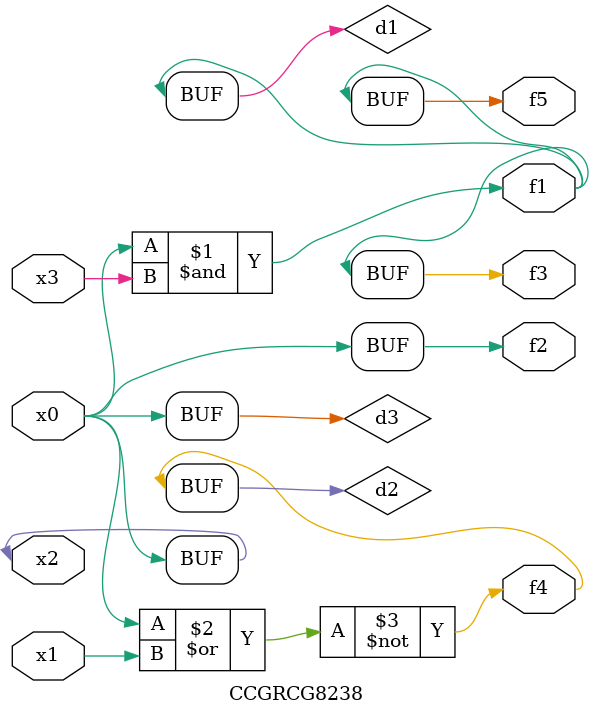
<source format=v>
module CCGRCG8238(
	input x0, x1, x2, x3,
	output f1, f2, f3, f4, f5
);

	wire d1, d2, d3;

	and (d1, x2, x3);
	nor (d2, x0, x1);
	buf (d3, x0, x2);
	assign f1 = d1;
	assign f2 = d3;
	assign f3 = d1;
	assign f4 = d2;
	assign f5 = d1;
endmodule

</source>
